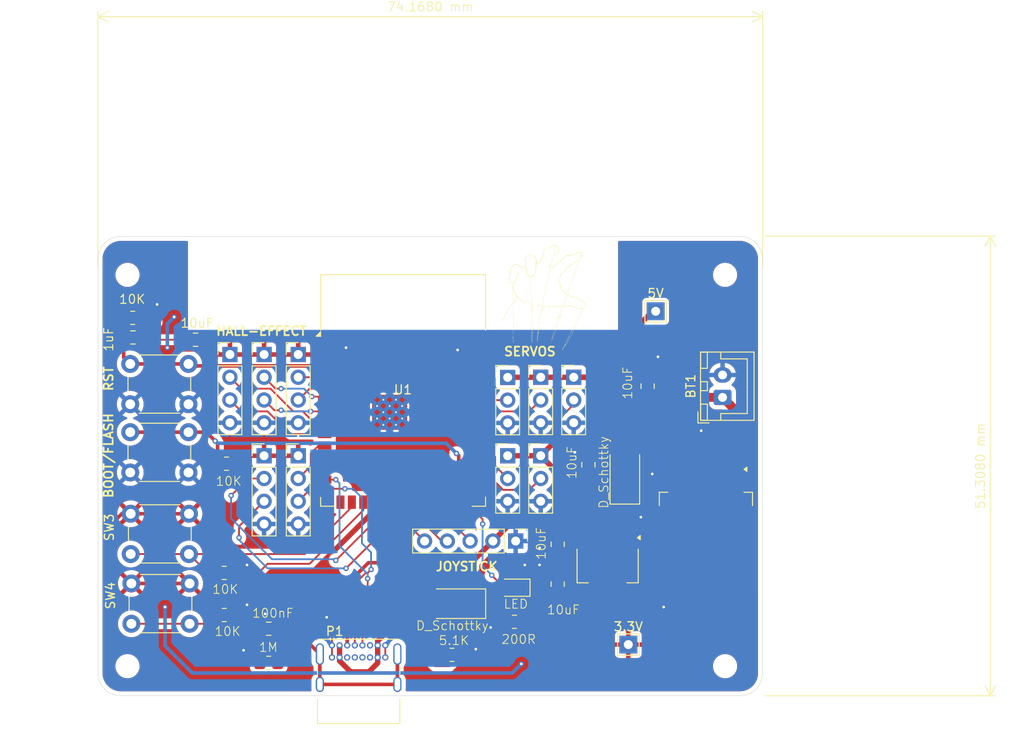
<source format=kicad_pcb>
(kicad_pcb (version 20240108) (generator "pcbnew") (generator_version "8.0")
  (layers (0 "F.Cu" signal) (31 "B.Cu" signal) (34 "B.Paste" user) (35 "F.Paste" user) (36 "B.SilkS" user "B.Silkscreen") (37 "F.SilkS" user "F.Silkscreen") (38 "B.Mask" user) (39 "F.Mask" user) (44 "Edge.Cuts" user))
  (net 0 "")
  (net 1 "GND")
  (net 2 "Net-(BT1-+)")
  (net 3 "Net-(U1-EN)")
  (net 4 "+3.3V")
  (net 5 "Net-(P1-SHIELD)")
  (net 6 "+5V")
  (net 7 "/21")
  (net 8 "/ADC0")
  (net 9 "/ADC1")
  (net 10 "/ADC2")
  (net 11 "/ADC3")
  (net 12 "/ADC4")
  (net 13 "/ADC6")
  (net 14 "/ADC5")
  (net 15 "/40")
  (net 16 "/39")
  (net 17 "/48")
  (net 18 "/41")
  (net 19 "/TX")
  (net 20 "/37")
  (net 21 "/36")
  (net 22 "/0ADC")
  (net 23 "/D+")
  (net 24 "/RX")
  (net 25 "/35")
  (net 26 "/45")
  (net 27 "/1ADC")
  (net 28 "/47")
  (net 29 "/42")
  (net 30 "/D-")
  (net 32 "Net-(P1-CC)")
  (net 33 "Net-(U1-IO0)")
  (net 34 "/ADC7")
  (net 35 "/ADC8")
  (net 36 "/ADC9")
  (net 37 "Net-(D1-K)")
  (net 38 "/3ADC")
  (net 39 "/46")
  (net 40 "/38")
  (net 41 "/7ADC")
  (net 42 "/2ADC")
  (net 43 "/4ADC")
  (net 44 "/5ADC")
  (net 45 "/6ADC")
  (net 46 "Net-(D2-A)")
  (net 47 "Net-(D3-A)")
  (footprint "Resistor_SMD:R_0805_2012Metric_Pad1.20x1.40mm_HandSolder" (layer "F.Cu") (at 126.619 89.789)
    (property "Reference" "R4" (hide yes))
    (property "Value" "10k")
  )
  (footprint "MountingHole:MountingHole_2.2mm_M2" (layer "F.Cu") (at 115.57 112.395)
    (property "Reference" "H4" (hide yes))
    (property "Value" "MountingHole")
  )
  (footprint "Resistor_SMD:R_0805_2012Metric_Pad1.20x1.40mm_HandSolder" (layer "F.Cu") (at 131.323 112.022 180)
    (property "Reference" "R3" (hide yes))
    (property "Value" "1M")
  )
  (footprint "Capacitor_SMD:C_0805_2012Metric_Pad1.18x1.45mm_HandSolder" (layer "F.Cu") (at 163.566 98.788 -90)
    (property "Reference" "C3" (hide yes))
    (property "Value" "10uF")
  )
  (footprint "Package_TO_SOT_SMD:TO-263-5_TabPin3" (layer "F.Cu") (at 180.105 97.802 -90)
    (property "Reference" "U3" (hide yes))
    (property "Value" "LM2596S-5")
  )
  (footprint "Diode_SMD:D_SMA" (layer "F.Cu") (at 152.024 105.418 180)
    (property "Reference" "D3" (hide yes))
    (property "Value" "D_Schottky")
  )
  (footprint "Resistor_SMD:R_0805_2012Metric_Pad1.20x1.40mm_HandSolder" (layer "F.Cu") (at 116.1535 73.503 180)
    (property "Reference" "R1" (hide yes))
    (property "Value" "10k")
  )
  (footprint "Connector_PinHeader_2.54mm:PinHeader_1x04_P2.54mm_Vertical" (layer "F.Cu") (at 134.62 88.9)
    (property "Reference" "J16" (hide yes))
    (property "Value" "Conn_01x04_Pin")
  )
  (footprint "TestPoint:TestPoint_THTPad_2.0x2.0mm_Drill1.0mm" (layer "F.Cu") (at 174.498 72.771)
    (property "Reference" "5V")
    (property "Value" "TestPoint")
  )
  (footprint "TestPoint:TestPoint_THTPad_2.0x2.0mm_Drill1.0mm" (layer "F.Cu") (at 171.45 109.982)
    (property "Reference" "3.3V")
    (property "Value" "TestPoint")
  )
  (footprint "Capacitor_SMD:C_0805_2012Metric_Pad1.18x1.45mm_HandSolder" (layer "F.Cu") (at 131.323 108.212 180)
    (property "Reference" "C4" (hide yes))
    (property "Value" "100nF")
  )
  (footprint "Resistor_SMD:R_0805_2012Metric_Pad1.20x1.40mm_HandSolder" (layer "F.Cu") (at 151.77 111.133)
    (property "Reference" "R2" (hide yes))
    (property "Value" "5.1k")
  )
  (footprint "Capacitor_SMD:C_0805_2012Metric_Pad1.18x1.45mm_HandSolder" (layer "F.Cu") (at 166.995 89.898 -90)
    (property "Reference" "C6" (hide yes))
    (property "Value" "10uF")
  )
  (footprint "MountingHole:MountingHole_2.2mm_M2" (layer "F.Cu") (at 115.57 68.707)
    (property "Reference" "H2" (hide yes))
    (property "Value" "MountingHole")
  )
  (footprint "Connector_PinHeader_2.54mm:PinHeader_1x04_P2.54mm_Vertical" (layer "F.Cu") (at 134.62 77.597)
    (property "Reference" "J12" (hide yes))
    (property "Value" "Conn_01x04_Pin")
  )
  (footprint "Connector_PinHeader_2.54mm:PinHeader_1x05_P2.54mm_Vertical" (layer "F.Cu") (at 158.877 98.425 -90)
    (property "Reference" "J11" (hide yes))
    (property "Value" "Conn_01x05_Pin")
  )
  (footprint "Button_Switch_THT:SW_PUSH_6mm" (layer "F.Cu") (at 115.876 78.649)
    (property "Reference" "SW2" (hide yes))
    (property "Value" "SW_Push")
  )
  (footprint "MountingHole:MountingHole_2.2mm_M2" (layer "F.Cu") (at 182.245 112.395)
    (property "Reference" "H3" (hide yes))
    (property "Value" "MountingHole")
  )
  (footprint "Connector_USB:USB_C_Receptacle_GCT_USB4085" (layer "F.Cu") (at 138.383 110.067)
    (property "Reference" "P1")
    (property "Value" "USB_C_Plug_USB2.0")
  )
  (footprint "Package_TO_SOT_SMD:SOT-223-3_TabPin2" (layer "F.Cu") (at 169.14 101.176 -90)
    (property "Reference" "U2" (hide yes))
    (property "Value" "AMS1117-3.3")
  )
  (footprint "Demo:lo" (layer "F.Cu") (at 162.306 71.247)
    (property "Reference" "G***" (hide yes))
    (property "Value" "LOGO" (hide yes))
  )
  (footprint "Connector_PinHeader_2.54mm:PinHeader_1x03_P2.54mm_Vertical" (layer "F.Cu") (at 161.671 80.137)
    (property "Reference" "J2" (hide yes))
    (property "Value" "Conn_01x03_Pin")
  )
  (footprint "Connector_PinHeader_2.54mm:PinHeader_1x03_P2.54mm_Vertical" (layer "F.Cu") (at 161.671 88.9)
    (property "Reference" "J5" (hide yes))
    (property "Value" "Conn_01x03_Pin")
  )
  (footprint "Button_Switch_THT:SW_PUSH_6mm" (layer "F.Cu") (at 116.003 103.16)
    (property "Reference" "SW4")
    (property "Value" "SW_Push")
  )
  (footprint "Connector_PinHeader_2.54mm:PinHeader_1x03_P2.54mm_Vertical" (layer "F.Cu") (at 157.988 80.152)
    (property "Reference" "J1" (hide yes))
    (property "Value" "Conn_01x03_Pin")
  )
  (footprint "Resistor_SMD:R_0805_2012Metric_Pad1.20x1.40mm_HandSolder" (layer "F.Cu") (at 158.734 107.442 180)
    (property "Reference" "R5" (hide yes))
    (property "Value" "200")
  )
  (footprint "Connector_PinHeader_2.54mm:PinHeader_1x03_P2.54mm_Vertical" (layer "F.Cu") (at 165.354 80.137)
    (property "Reference" "J3" (hide yes))
    (property "Value" "Conn_01x03_Pin")
  )
  (footprint "RF_Module:ESP32-S3-WROOM-1" (layer "F.Cu") (at 146.317 81.587)
    (property "Reference" "U1")
    (property "Value" "ESP32-S3-WROOM-1")
  )
  (footprint "Capacitor_SMD:C_0805_2012Metric_Pad1.18x1.45mm_HandSolder" (layer "F.Cu") (at 123.1685 75.946)
    (property "Reference" "C7" (hide yes))
    (property "Value" "10uF")
  )
  (footprint "Resistor_SMD:R_0805_2012Metric_Pad1.20x1.40mm_HandSolder" (layer "F.Cu") (at 126.365 101.981)
    (property "Reference" "R6" (hide yes))
    (property "Value" "10k")
  )
  (footprint "Connector_PinHeader_2.54mm:PinHeader_1x04_P2.54mm_Vertical" (layer "F.Cu") (at 130.81 88.9)
    (property "Reference" "J13" (hide yes))
    (property "Value" "Conn_01x04_Pin")
  )
  (footprint "MountingHole:MountingHole_2.2mm_M2" (layer "F.Cu") (at 182.245 68.707)
    (property "Reference" "H1" (hide yes))
    (property "Value" "MountingHole")
  )
  (footprint "Resistor_SMD:R_0805_2012Metric_Pad1.20x1.40mm_HandSolder" (layer "F.Cu") (at 126.365 106.68)
    (property "Reference" "R7" (hide yes))
    (property "Value" "10k")
  )
  (footprint "Diode_SMD:D_SMA" (layer "F.Cu") (at 171.059 90.787 90)
    (property "Reference" "D2" (hide yes))
    (property "Value" "D_Schottky")
  )
  (footprint "Button_Switch_THT:SW_PUSH_6mm" (layer "F.Cu") (at 115.928 95.377)
    (property "Reference" "SW3")
    (property "Value" "SW_Push")
  )
  (footprint "Connector_PinHeader_2.54mm:PinHeader_1x04_P2.54mm_Vertical" (layer "F.Cu") (at 130.81 77.597)
    (property "Reference" "J14" (hide yes))
    (property "Value" "Conn_01x04_Pin")
  )
  (footprint "Capacitor_SMD:C_0805_2012Metric_Pad1.18x1.45mm_HandSolder" (layer "F.Cu") (at 173.599 81.135 90)
    (property "Reference" "C5" (hide yes))
    (property "Value" "10uF")
  )
  (footprint "LED_SMD:LED_0805_2012Metric_Pad1.15x1.40mm_HandSolder" (layer "F.Cu") (at 158.623 103.632 180)
    (property "Reference" "D1" (hide yes))
    (property "Value" "LED")
  )
  (footprint "Capacitor_SMD:C_0805_2012Metric_Pad1.18x1.45mm_HandSolder" (layer "F.Cu") (at 116.1835 75.692 180)
    (property "Reference" "C1" (hide yes))
    (property "Value" "1uF")
  )
  (footprint "Connector_PinHeader_2.54mm:PinHeader_1x04_P2.54mm_Vertical" (layer "F.Cu") (at 127 77.597)
    (property "Reference" "J15" (hide yes))
    (property "Value" "Conn_01x04_Pin")
  )
  (footprint "Button_Switch_THT:SW_PUSH_6mm" (layer "F.Cu") (at 115.876 86.269)
    (property "Reference" "SW1" (hide yes))
    (property "Value" "SW_Push")
  )
  (footprint "Connector_JST:JST_XH_B2B-XH-A_1x02_P2.50mm_Vertical" (layer "F.Cu") (at 181.964 82.385 90)
    (property "Reference" "BT1")
    (property "Value" "2S LiPo 7.4V 2000mAh")
  )
  (footprint "Connector_PinHeader_2.54mm:PinHeader_1x03_P2.54mm_Vertical" (layer "F.Cu") (at 157.988 88.9)
    (property "Reference" "J4" (hide yes))
    (property "Value" "Conn_01x03_Pin")
  )
  (footprint "Capacitor_SMD:C_0805_2012Metric_Pad1.18x1.45mm_HandSolder" (layer "F.Cu") (at 163.566 103.233 90)
    (property "Reference" "C2" (hide yes))
    (property "Value" "10uF")
  )
  (gr_line (start 186.417952 66.931065) (end 186.417952 113.157) (stroke (width 0.05)) (layer "Edge.Cuts"))
  (gr_line (start 114.825986 64.41335) (end 183.896 64.41335) (stroke (width 0.05)) (layer "Edge.Cuts"))
  (gr_arc (start 112.285987 66.929) (mid 113.038524 65.148704) (end 114.825986 64.41335) (stroke (width 0.05)) (layer "Edge.Cuts"))
  (gr_line (start 112.285987 113.157) (end 112.285987 66.929) (stroke (width 0.05)) (layer "Edge.Cuts"))
  (gr_arc (start 114.808 115.697) (mid 113.023584 114.946703) (end 112.285987 113.157) (stroke (width 0.05)) (layer "Edge.Cuts"))
  (gr_line (start 183.896 115.697) (end 114.808 115.697) (stroke (width 0.05)) (layer "Edge.Cuts"))
  (gr_arc (start 183.896 64.41335) (mid 185.679031 65.149273) (end 186.417952 66.931065) (stroke (width 0.05)) (layer "Edge.Cuts"))
  (gr_arc (start 186.41993 113.160238) (mid 185.685037 114.953025) (end 183.896 115.697) (stroke (width 0.05)) (layer "Edge.Cuts"))
  (gr_text "JOYSTICK" (at 149.86 101.854 0) (layer "F.SilkS") (effects (font (size 1 1) (thickness 0.2) (bold yes)) (justify left bottom)))
  (gr_text "10uF" (at 162.306 100.584 90) (layer "F.SilkS") (effects (font (size 1 1) (thickness 0.1)) (justify left bottom)))
  (gr_text "10K\n" (at 125.349 92.329 0) (layer "F.SilkS") (effects (font (size 1 1) (thickness 0.1)) (justify left bottom)))
  (gr_text "5.1K" (at 150.241 110.109 0) (layer "F.SilkS") (effects (font (size 1 1) (thickness 0.1)) (justify left bottom)))
  (gr_text "10uF" (at 165.735 91.567 90) (layer "F.SilkS") (effects (font (size 1 1) (thickness 0.1)) (justify left bottom)))
  (gr_text "200R" (at 157.226 109.982 0) (layer "F.SilkS") (effects (font (size 1 1) (thickness 0.1)) (justify left bottom)))
  (gr_text "10K" (at 114.554 72.009 0) (layer "F.SilkS") (effects (font (size 1 1) (thickness 0.125)) (justify left bottom)))
  (gr_text "D_Schottky" (at 169.291 94.869 90) (layer "F.SilkS") (effects (font (size 1 1) (thickness 0.1)) (justify left bottom)))
  (gr_text "D_Schottky" (at 147.701 108.458 0) (layer "F.SilkS") (effects (font (size 1 1) (thickness 0.1)) (justify left bottom)))
  (gr_text "RST\n" (at 114.046 81.788 90) (layer "F.SilkS") (effects (font (size 1 1) (thickness 0.2) (bold yes)) (justify left bottom)))
  (gr_text "BOOT/FLASH" (at 114.046 93.726 90) (layer "F.SilkS") (effects (font (size 1 1) (thickness 0.2) (bold yes)) (justify left bottom)))
  (gr_text "1M" (at 130.175 110.871 0) (layer "F.SilkS") (effects (font (size 1 1) (thickness 0.1)) (justify left bottom)))
  (gr_text "10K\n" (at 125.222 109.093 0) (layer "F.SilkS") (effects (font (size 1 1) (thickness 0.1)) (justify left bottom)))
  (gr_text "1uF\n" (at 114.046 77.343 90) (layer "F.SilkS") (effects (font (size 1 1) (thickness 0.125)) (justify left bottom)))
  (gr_text "10uF" (at 171.958 82.677 90) (layer "F.SilkS") (effects (font (size 1 1) (thickness 0.1)) (justify left bottom)))
  (gr_text "100nF" (at 129.413 107.061 0) (layer "F.SilkS") (effects (font (size 1 1) (thickness 0.1)) (justify left bottom)))
  (gr_text "10uF" (at 121.412 74.676 0) (layer "F.SilkS") (effects (font (size 1 1) (thickness 0.125)) (justify left bottom)))
  (gr_text "LED" (at 157.48 106.045 0) (layer "F.SilkS") (effects (font (size 1 1) (thickness 0.1)) (justify left bottom)))
  (gr_text "10K\n" (at 124.968 104.394 0) (layer "F.SilkS") (effects (font (size 1 1) (thickness 0.1)) (justify left bottom)))
  (gr_text "HALL-EFFECT\n" (at 125.349 75.565 0) (layer "F.SilkS") (effects (font (size 1 1) (thickness 0.2) (bold yes)) (justify left bottom)))
  (gr_text "SERVOS" (at 157.48 77.851 0) (layer "F.SilkS") (effects (font (size 1 1) (thickness 0.2) (bold yes)) (justify left bottom)))
  (gr_text "10uF" (at 162.306 106.68 0) (layer "F.SilkS") (effects (font (size 1 1) (thickness 0.1)) (justify left bottom)))
  (dimension (type aligned) (layer "F.SilkS") (pts (xy 186.436 68.326) (xy 112.268 68.326)) (height 28.447999) (gr_text "74.1680 mm" (at 149.352 38.778001 0) (layer "F.SilkS") (effects (font (size 1 1) (thickness 0.1)))) (format (prefix "") (suffix "") (units 3) (units_format 1) (precision 4)) (style (thickness 0.1) (arrow_length 1.27) (text_position_mode 0) (extension_height 0.58642) (extension_offset 0.5) keep_text_aligned))
  (dimension (type aligned) (layer "F.SilkS") (pts (xy 186.182 64.389) (xy 186.182 115.697)) (height -25.654) (gr_text "51.3080 mm" (at 210.736 90.043 90) (layer "F.SilkS") (effects (font (size 1 1) (thickness 0.1)))) (format (prefix "") (suffix "") (units 3) (units_format 1) (precision 4)) (style (thickness 0.1) (arrow_length 1.27) (text_position_mode 0) (extension_height 0.58642) (extension_offset 0.5) keep_text_aligned))
  (segment (start 177.33 101.727) (end 177.33 103.848) (width 0.2) (layer "F.Cu") (net 1))
  (segment (start 166.995 90.9355) (end 165.481 89.4215) (width 0.2) (layer "F.Cu") (net 1))
  (segment (start 146.558 109.093) (end 149.86 112.395) (width 0.2) (layer "F.Cu") (net 1))
  (segment (start 117.475 75.946) (end 122.131 75.946) (width 0.2) (layer "F.Cu") (net 1))
  (segment (start 127.365 101.981) (end 128.016 101.981) (width 0.2) (layer "F.Cu") (net 1))
  (segment (start 153.162 76.327) (end 152.4 77.089) (width 0.2) (layer "F.Cu") (net 1))
  (segment (start 163.566 99.8255) (end 162.1825 99.8255) (width 0.2) (layer "F.Cu") (net 1))
  (segment (start 137.567 76.327) (end 139.446 76.327) (width 0.2) (layer "F.Cu") (net 1))
  (segment (start 173.599 80.0975) (end 173.599 79.004) (width 0.2) (layer "F.Cu") (net 1))
  (segment (start 162.1825 99.8255) (end 161.544 99.187) (width 0.2) (layer "F.Cu") (net 1))
  (segment (start 171.44 98.026) (end 171.44 97.165) (width 0.2) (layer "F.Cu") (net 1))
  (segment (start 138.383 110.067) (end 138.383 111.417) (width 0.2) (layer "F.Cu") (net 1))
  (segment (start 162.6475 102.1955) (end 161.544 101.092) (width 0.2) (layer "F.Cu") (net 1))
  (segment (start 163.566 102.1955) (end 162.6475 102.1955) (width 0.2) (layer "F.Cu") (net 1))
  (segment (start 171.44 97.165) (end 172.847 95.758) (width 0.2) (layer "F.Cu") (net 1))
  (segment (start 175.925 90.932) (end 174.117 90.932) (width 0.2) (layer "F.Cu") (net 1))
  (segment (start 144.333 110.067) (end 145.307 109.093) (width 0.2) (layer "F.Cu") (net 1))
  (segment (start 138.383 110.067) (end 138.383 107.522) (width 0.2) (layer "F.Cu") (net 1))
  (segment (start 127.762 106.68) (end 128.905 105.537) (width 0.2) (layer "F.Cu") (net 1))
  (segment (start 138.383 107.522) (end 137.795 106.934) (width 0.2) (layer "F.Cu") (net 1))
  (segment (start 144.333 110.067) (end 144.333 111.417) (width 0.2) (layer "F.Cu") (net 1))
  (segment (start 173.599 79.004) (end 174.752 77.851) (width 0.2) (layer "F.Cu") (net 1))
  (segment (start 158.877 98.425) (end 158.877 100.076) (width 0.2) (layer "F.Cu") (net 1))
  (segment (start 118.872 74.041) (end 118.872 72.009) (width 0.2) (layer "F.Cu") (net 1))
  (segment (start 128.016 101.981) (end 128.905 101.092) (width 0.2) (layer "F.Cu") (net 1))
  (segment (start 152.77 111.133) (end 153.789 111.133) (width 0.2) (layer "F.Cu") (net 1))
  (segment (start 180.105 86.633) (end 179.578 86.106) (width 0.2) (layer "F.Cu") (net 1))
  (segment (start 139.446 76.327) (end 139.954 76.835) (width 0.2) (layer "F.Cu") (net 1))
  (segment (start 156.718 107.442) (end 156.083 108.077) (width 0.2) (layer "F.Cu") (net 1))
  (segment (start 151.508 112.395) (end 152.77 111.133) (width 0.2) (layer "F.Cu") (net 1))
  (segment (start 127.365 106.68) (end 127.762 106.68) (width 0.2) (layer "F.Cu") (net 1))
  (segment (start 149.86 112.395) (end 151.508 112.395) (width 0.2) (layer "F.Cu") (net 1))
  (segment (start 180.105 90.152) (end 180.105 86.633) (width 0.2) (layer "F.Cu") (net 1))
  (segment (start 145.307 109.093) (end 146.558 109.093) (width 0.2) (layer "F.Cu") (net 1))
  (segment (start 177.33 103.848) (end 175.387 105.791) (width 0.2) (layer "F.Cu") (net 1))
  (segment (start 117.221 75.692) (end 117.475 75.946) (width 0.2) (layer "F.Cu") (net 1))
  (segment (start 129.929 112.022) (end 128.524 110.617) (width 0.2) (layer "F.Cu") (net 1))
  (segment (start 155.067 76.327) (end 153.162 76.327) (width 0.2) (layer "F.Cu") (net 1))
  (segment (start 153.789 111.133) (end 154.432 110.49) (width 0.2) (layer "F.Cu") (net 1))
  (segment (start 176.705 90.152) (end 175.925 90.932) (width 0.2) (layer "F.Cu") (net 1))
  (segment (start 157.734 107.442) (end 156.718 107.442) (width 0.2) (layer "F.Cu") (net 1))
  (segment (start 130.323 112.022) (end 129.929 112.022) (width 0.2) (layer "F.Cu") (net 1))
  (segment (start 158.877 100.076) (end 159.893 101.092) (width 0.2) (layer "F.Cu") (net 1))
  (segment (start 130.2855 107.2045) (end 130.937 106.553) (width 0.2) (layer "F.Cu") (net 1))
  (segment (start 117.221 75.692) (end 118.872 74.041) (width 0.2) (layer "F.Cu") (net 1))
  (segment (start 130.2855 108.212) (end 130.2855 107.2045) (width 0.2) (layer "F.Cu") (net 1))
  (segment (start 165.481 89.4215) (end 165.481 88.519) (width 0.2) (layer "F.Cu") (net 1))
  (via (at 175.387 105.791) (size 0.6) (drill 0.3) (layers "F.Cu" "B.Cu") (net 1))
  (via (at 152.4 77.089) (size 0.6) (drill 0.3) (layers "F.Cu" "B.Cu") (net 1))
  (via (at 118.872 72.009) (size 0.6) (drill 0.3) (layers "F.Cu" "B.Cu") (net 1))
  (via (at 161.544 99.187) (size 0.6) (drill 0.3) (layers "F.Cu" "B.Cu") (net 1))
  (via (at 165.481 88.519) (size 0.6) (drill 0.3) (layers "F.Cu" "B.Cu") (net 1))
  (via (at 128.524 110.617) (size 0.6) (drill 0.3) (layers "F.Cu" "B.Cu") (net 1))
  (via (at 139.954 76.835) (size 0.6) (drill 0.3) (layers "F.Cu" "B.Cu") (net 1))
  (via (at 172.847 95.758) (size 0.6) (drill 0.3) (layers "F.Cu" "B.Cu") (net 1))
  (via (at 159.893 101.092) (size 0.6) (drill 0.3) (layers "F.Cu" "B.Cu") (net 1))
  (via (at 154.432 110.49) (size 0.6) (drill 0.3) (layers "F.Cu" "B.Cu") (net 1))
  (via (at 156.083 108.077) (size 0.6) (drill 0.3) (layers "F.Cu" "B.Cu") (net 1))
  (via (at 128.905 105.537) (size 0.6) (drill 0.3) (layers "F.Cu" "B.Cu") (net 1))
  (via (at 130.937 106.553) (size 0.6) (drill 0.3) (layers "F.Cu" "B.Cu") (net 1))
  (via (at 174.752 77.851) (size 0.6) (drill 0.3) (layers "F.Cu" "B.Cu") (net 1))
  (via (at 161.544 101.092) (size 0.6) (drill 0.3) (layers "F.Cu" "B.Cu") (net 1))
  (via (at 137.795 106.934) (size 0.6) (drill 0.3) (layers "F.Cu" "B.Cu") (net 1))
  (via (at 174.117 90.932) (size 0.6) (drill 0.3) (layers "F.Cu" "B.Cu") (net 1))
  (via (at 179.578 86.106) (size 0.6) (drill 0.3) (layers "F.Cu" "B.Cu") (net 1))
  (via (at 128.905 101.092) (size 0.6) (drill 0.3) (layers "F.Cu" "B.Cu") (net 1))
  (segment (start 128.524 110.617) (end 128.651 110.49) (width 0.2) (layer "B.Cu") (net 1))
  (segment (start 173.8115 82.385) (end 173.599 82.1725) (width 1) (layer "F.Cu") (net 2))
  (segment (start 181.964 82.385) (end 173.8115 82.385) (width 1) (layer "F.Cu") (net 2))
  (segment (start 183.505 83.926) (end 183.505 90.152) (width 1) (layer "F.Cu") (net 2))
  (segment (start 181.964 82.385) (end 183.505 83.926) (width 1) (layer "F.Cu") (net 2))
  (segment (start 115.1535 75.6845) (end 115.146 75.692) (width 0.4) (layer "F.Cu") (net 3))
  (segment (start 115.146 77.919) (end 115.876 78.649) (width 0.4) (layer "F.Cu") (net 3))
  (segment (start 115.1535 73.503) (end 115.1535 75.6845) (width 0.4) (layer "F.Cu") (net 3))
  (segment (start 122.376 78.649) (end 115.876 78.649) (width 0.4) (layer "F.Cu") (net 3))
  (segment (start 122.376 78.649) (end 122.594 78.867) (width 0.4) (layer "F.Cu") (net 3))
  (segment (start 115.146 75.692) (end 115.146 77.919) (width 0.4) (layer "F.Cu") (net 3))
  (segment (start 122.594 78.867) (end 137.567 78.867) (width 0.4) (layer "F.Cu") (net 3))
  (segment (start 123.081 77.071) (end 120.251 77.071) (width 0.4) (layer "F.Cu") (net 4))
  (segment (start 171.45 106.636) (end 171.45 109.982) (width 0.4) (layer "F.Cu") (net 4))
  (segment (start 113.919 101.076) (end 113.919 96.393) (width 0.4) (layer "F.Cu") (net 4))
  (segment (start 115.928 95.377) (end 122.428 95.377) (width 0.4) (layer "F.Cu") (net 4))
  (segment (start 120.251 77.071) (end 120.015 76.835) (width 0.4) (layer "F.Cu") (net 4))
  (segment (start 169.14 98.026) (end 169.14 104.326) (width 0.4) (layer "F.Cu") (net 4))
  (segment (start 161.325 112.141) (end 159.512 112.141) (width 0.4) (layer "F.Cu") (net 4))
  (segment (start 119.761 105.791) (end 119.872 105.791) (width 0.4) (layer "F.Cu") (net 4))
  (segment (start 124.206 75.946) (end 125.857 77.597) (width 0.4) (layer "F.Cu") (net 4))
  (segment (start 163.6215 104.326) (end 163.566 104.2705) (width 0.4) (layer "F.Cu") (net 4))
  (segment (start 169.14 104.326) (end 171.45 106.636) (width 0.4) (layer "F.Cu") (net 4))
  (segment (start 124.206 75.946) (end 123.081 77.071) (width 0.4) (layer "F.Cu") (net 4))
  (segment (start 114.935 95.377) (end 115.928 95.377) (width 0.4) (layer "F.Cu") (net 4))
  (segment (start 116.003 103.16) (end 122.503 103.16) (width 0.4) (layer "F.Cu") (net 4))
  (segment (start 116.003 103.16) (end 113.919 101.076) (width 0.4) (layer "F.Cu") (net 4))
  (segment (start 134.62 88.9) (end 130.81 88.9) (width 0.4) (layer "F.Cu") (net 4))
  (segment (start 119.872 105.791) (end 122.503 103.16) (width 0.4) (layer "F.Cu") (net 4))
  (segment (start 125.857 77.597) (end 137.567 77.597) (width 0.4) (layer "F.Cu") (net 4))
  (segment (start 169.14 104.326) (end 163.6215 104.326) (width 0.4) (layer "F.Cu") (net 4))
  (segment (start 113.919 96.393) (end 114.935 95.377) (width 0.4) (layer "F.Cu") (net 4))
  (segment (start 169.14 104.326) (end 161.325 112.141) (width 0.4) (layer "F.Cu") (net 4))
  (via (at 120.777 73.406) (size 0.6) (drill 0.3) (layers "F.Cu" "B.Cu") (net 4))
  (via (at 159.512 112.141) (size 0.6) (drill 0.3) (layers "F.Cu" "B.Cu") (net 4))
  (via (at 119.761 105.791) (size 0.6) (drill 0.3) (layers "F.Cu" "B.Cu") (net 4))
  (via (at 120.015 76.835) (size 0.6) (drill 0.3) (layers "F.Cu" "B.Cu") (net 4))
  (segment (start 120.015 74.168) (end 120.015 76.835) (width 0.4) (layer "B.Cu") (net 4))
  (segment (start 122.809 113.157) (end 119.761 110.109) (width 0.4) (layer "B.Cu") (net 4))
  (segment (start 119.761 110.109) (end 119.761 105.791) (width 0.4) (layer "B.Cu") (net 4))
  (segment (start 120.777 73.406) (end 120.015 74.168) (width 0.4) (layer "B.Cu") (net 4))
  (segment (start 159.512 112.141) (end 158.496 113.157) (width 0.4) (layer "B.Cu") (net 4))
  (segment (start 158.496 113.157) (end 122.809 113.157) (width 0.4) (layer "B.Cu") (net 4))
  (segment (start 132.3605 108.212) (end 134.198 108.212) (width 0.4) (layer "F.Cu") (net 5))
  (segment (start 132.3605 108.212) (end 132.3605 111.9845) (width 0.4) (layer "F.Cu") (net 5))
  (segment (start 134.198 108.212) (end 137.033 111.047) (width 0.4) (layer "F.Cu") (net 5))
  (segment (start 137.033 114.427) (end 145.683 114.427) (width 0.4) (layer "F.Cu") (net 5))
  (segment (start 132.3605 111.9845) (end 132.323 112.022) (width 0.4) (layer "F.Cu") (net 5))
  (segment (start 137.033 111.047) (end 137.033 114.427) (width 0.4) (layer "F.Cu") (net 5))
  (segment (start 145.683 111.047) (end 145.683 114.427) (width 0.4) (layer "F.Cu") (net 5))
  (segment (start 167.132 87.376) (end 168.275 86.233) (width 0.6) (layer "F.Cu") (net 6))
  (segment (start 163.195 87.376) (end 167.132 87.376) (width 0.6) (layer "F.Cu") (net 6))
  (segment (start 154.024 100.738) (end 156.337 98.425) (width 0.6) (layer "F.Cu") (net 6))
  (segment (start 166.84 98.026) (end 163.8415 98.026) (width 0.6) (layer "F.Cu") (net 6))
  (segment (start 171.059 92.787) (end 166.84 97.006) (width 0.6) (layer "F.Cu") (net 6))
  (segment (start 168.275 86.233) (end 168.275 81.661) (width 0.6) (layer "F.Cu") (net 6))
  (segment (start 170.8485 92.9975) (end 165.7685 92.9975) (width 0.6) (layer "F.Cu") (net 6))
  (segment (start 154.024 105.418) (end 154.024 100.738) (width 0.6) (layer "F.Cu") (net 6))
  (segment (start 165.354 80.137) (end 166.804 80.137) (width 0.6) (layer "F.Cu") (net 6))
  (segment (start 165.207 96.393) (end 166.84 98.026) (width 0.6) (layer "F.Cu") (net 6))
  (segment (start 156.337 98.425) (end 158.369 96.393) (width 0.6) (layer "F.Cu") (net 6))
  (segment (start 158.369 96.393) (end 165.207 96.393) (width 0.6) (layer "F.Cu") (net 6))
  (segment (start 166.804 80.137) (end 174.17 72.771) (width 0.6) (layer "F.Cu") (net 6))
  (segment (start 174.17 72.771) (end 174.498 72.771) (width 0.6) (layer "F.Cu") (net 6))
  (segment (start 165.7685 92.9975) (end 161.671 88.9) (width 0.6) (layer "F.Cu") (net 6))
  (segment (start 163.8415 98.026) (end 163.566 97.7505) (width 0.6) (layer "F.Cu") (net 6))
  (segment (start 166.84 97.006) (end 166.84 98.026) (width 0.6) (layer "F.Cu") (net 6))
  (segment (start 165.354 80.137) (end 161.671 80.137) (width 0.6) (layer "F.Cu") (net 6))
  (segment (start 161.671 88.9) (end 157.988 88.9) (width 0.6) (layer "F.Cu") (net 6))
  (segment (start 158.003 80.137) (end 157.988 80.152) (width 0.6) (layer "F.Cu") (net 6))
  (segment (start 161.671 80.137) (end 158.003 80.137) (width 0.6) (layer "F.Cu") (net 6))
  (segment (start 161.671 88.9) (end 163.195 87.376) (width 0.6) (layer "F.Cu") (net 6))
  (segment (start 166.751 80.137) (end 165.354 80.137) (width 0.6) (layer "F.Cu") (net 6))
  (segment (start 168.275 81.661) (end 166.751 80.137) (width 0.6) (layer "F.Cu") (net 6))
  (segment (start 171.059 92.787) (end 170.8485 92.9975) (width 0.6) (layer "F.Cu") (net 6))
  (segment (start 134.62 80.137) (end 137.567 80.137) (width 0.2) (layer "F.Cu") (net 11))
  (segment (start 134.62 82.677) (end 135.89 81.407) (width 0.2) (layer "F.Cu") (net 12))
  (segment (start 135.89 81.407) (end 137.567 81.407) (width 0.2) (layer "F.Cu") (net 12))
  (segment (start 131.953 83.82) (end 132.715 83.82) (width 0.2) (layer "F.Cu") (net 13))
  (segment (start 130.81 82.677) (end 131.953 83.82) (width 0.2) (layer "F.Cu") (net 13))
  (segment (start 136.017 83.947) (end 137.567 83.947) (width 0.2) (layer "F.Cu") (net 13))
  (via (at 136.017 83.947) (size 0.6) (drill 0.3) (layers "F.Cu" "B.Cu") (net 13))
  (via (at 132.715 83.82) (size 0.6) (drill 0.3) (layers "F.Cu" "B.Cu") (net 13))
  (segment (start 132.715 83.82) (end 132.842 83.947) (width 0.2) (layer "B.Cu") (net 13))
  (segment (start 132.842 83.947) (end 136.017 83.947) (width 0.2) (layer "B.Cu") (net 13))
  (segment (start 130.81 80.137) (end 132.08 81.407) (width 0.2) (layer "F.Cu") (net 14))
  (segment (start 137.186 82.296) (end 137.567 82.677) (width 0.2) (layer "F.Cu") (net 14))
  (segment (start 136.144 82.296) (end 137.186 82.296) (width 0.2) (layer "F.Cu") (net 14))
  (segment (start 132.08 81.407) (end 132.715 81.407) (width 0.2) (layer "F.Cu") (net 14))
  (via (at 136.144 82.296) (size 0.6) (drill 0.3) (layers "F.Cu" "B.Cu") (net 14))
  (via (at 132.715 81.407) (size 0.6) (drill 0.3) (layers "F.Cu" "B.Cu") (net 14))
  (segment (start 135.255 81.407) (end 136.144 82.296) (width 0.2) (layer "B.Cu") (net 14))
  (segment (start 132.715 81.407) (end 135.255 81.407) (width 0.2) (layer "B.Cu") (net 14))
  (segment (start 163.449 85.065346) (end 163.449 85.979) (width 0.2) (layer "F.Cu") (net 15))
  (segment (start 157.353 86.614) (end 155.956 85.217) (width 0.2) (layer "F.Cu") (net 15))
  (segment (start 155.956 85.217) (end 155.067 85.217) (width 0.2) (layer "F.Cu") (net 15))
  (segment (start 162.814 86.614) (end 157.353 86.614) (width 0.2) (layer "F.Cu") (net 15))
  (segment (start 163.449 85.979) (end 162.814 86.614) (width 0.2) (layer "F.Cu") (net 15))
  (segment (start 165.354 82.677) (end 165.354 83.160346) (width 0.2) (layer "F.Cu") (net 15))
  (segment (start 165.354 83.160346) (end 163.449 85.065346) (width 0.2) (layer "F.Cu") (net 15))
  (segment (start 157.988 91.44) (end 156.591 90.043) (width 0.2) (layer "F.Cu") (net 16))
  (segment (start 156.591 90.043) (end 156.591 87.061) (width 0.2) (layer "F.Cu") (net 16))
  (segment (start 156.591 87.061) (end 156.017 86.487) (width 0.2) (layer "F.Cu") (net 16))
  (segment (start 156.017 86.487) (end 155.067 86.487) (width 0.2) (layer "F.Cu") (net 16))
  (segment (start 161.671 82.677) (end 160.401 83.947) (width 0.2) (layer "F.Cu") (net 18))
  (segment (start 160.401 83.947) (end 155.067 83.947) (width 0.2) (layer "F.Cu") (net 18))
  (segment (start 130.81 93.98) (end 128.016 96.774) (width 0.2) (layer "F.Cu") (net 22))
  (segment (start 144.412 97.015) (end 144.412 94.087) (width 0.2) (layer "F.Cu") (net 22))
  (segment (start 139.954 101.473) (end 144.412 97.015) (width 0.2) (layer "F.Cu") (net 22))
  (segment (start 128.016 96.774) (end 128.016 98.044) (width 0.2) (layer "F.Cu") (net 22))
  (via (at 128.016 98.044) (size 0.6) (drill 0.3) (layers "F.Cu" "B.Cu") (net 22))
  (via (at 139.954 101.473) (size 0.6) (drill 0.3) (layers "F.Cu" "B.Cu") (net 22))
  (segment (start 128.016 98.298) (end 130.937 101.219) (width 0.2) (layer "B.Cu") (net 22))
  (segment (start 128.016 98.044) (end 128.016 98.298) (width 0.2) (layer "B.Cu") (net 22))
  (segment (start 131.191 101.473) (end 139.954 101.473) (width 0.2) (layer "B.Cu") (net 22))
  (segment (start 130.937 101.219) (end 131.191 101.473) (width 0.2) (layer "B.Cu") (net 22))
  (segment (start 139.827 92.583) (end 137.821 92.583) (width 0.2) (layer "F.Cu") (net 23))
  (segment (start 137.821 92.583) (end 137.567 92.837) (width 0.2) (layer "F.Cu") (net 23))
  (segment (start 142.332 102.016) (end 142.118471 102.016) (width 0.2) (layer "F.Cu") (net 23))
  (segment (start 140.933 103.201471) (end 140.933 110.067) (width 0.2) (layer "F.Cu") (net 23))
  (segment (start 142.748 101.6) (end 142.332 102.016) (width 0.2) (layer "F.Cu") (net 23))
  (segment (start 142.118471 102.016) (end 140.933 103.201471) (width 0.2) (layer "F.Cu") (net 23))
  (via (at 139.827 92.583) (size 0.6) (drill 0.3) (layers "F.Cu" "B.Cu") (net 23))
  (via (at 142.748 101.6) (size 0.6) (drill 0.3) (layers "F.Cu" "B.Cu") (net 23))
  (segment (start 142.748 99.695) (end 141.732 98.679) (width 0.2) (layer "B.Cu") (net 23))
  (segment (start 142.748 101.6) (end 142.748 99.695) (width 0.2) (layer "B.Cu") (net 23))
  (segment (start 141.732 98.679) (end 141.732 93.599) (width 0.2) (layer "B.Cu") (net 23))
  (segment (start 140.716 92.583) (end 139.827 92.583) (width 0.2) (layer "B.Cu") (net 23))
  (segment (start 141.732 93.599) (end 140.716 92.583) (width 0.2) (layer "B.Cu") (net 23))
  (segment (start 156.21 102.235) (end 156.21 102.244) (width 0.2) (layer "F.Cu") (net 26))
  (segment (start 153.302 94.087) (end 154.8295 95.6145) (width 0.2) (layer "F.Cu") (net 26))
  (segment (start 154.8295 95.6145) (end 155.194 95.979) (width 0.2) (layer "F.Cu") (net 26))
  (segment (start 156.21 102.244) (end 157.598 103.632) (width 0.2) (layer "F.Cu") (net 26))
  (segment (start 155.194 95.979) (end 155.194 96.52) (width 0.2) (layer "F.Cu") (net 26))
  (via (at 155.194 96.52) (size 0.6) (drill 0.3) (layers "F.Cu" "B.Cu") (net 26))
  (via (at 156.21 102.235) (size 0.6) (drill 0.3) (layers "F.Cu" "B.Cu") (net 26))
  (segment (start 155.187 96.527) (end 155.187 101.212) (width 0.2) (layer "B.Cu") (net 26))
  (segment (start 155.194 96.52) (end 155.187 96.527) (width 0.2) (layer "B.Cu") (net 26))
  (segment (start 155.187 101.212) (end 156.21 102.235) (width 0.2) (layer "B.Cu") (net 26))
  (segment (start 148.717 98.425) (end 145.682 95.39) (width 0.2) (layer "F.Cu") (net 27))
  (segment (start 145.682 95.39) (end 145.682 94.087) (width 0.2) (layer "F.Cu") (net 27))
  (segment (start 157.988 82.692) (end 155.082 82.692) (width 0.2) (layer "F.Cu") (net 29))
  (segment (start 155.082 82.692) (end 155.067 82.677) (width 0.2) (layer "F.Cu") (net 29))
  (segment (start 138.811 91.567) (end 137.567 91.567) (width 0.2) (layer "F.Cu") (net 30))
  (segment (start 142.367 102.616) (end 142.367 103.632) (width 0.2) (layer "F.Cu") (net 30))
  (segment (start 141.783 104.216) (end 141.783 110.067) (width 0.2) (layer "F.Cu") (net 30))
  (segment (start 142.367 103.632) (end 141.783 104.216) (width 0.2) (layer "F.Cu") (net 30))
  (via (at 138.811 91.567) (size 0.6) (drill 0.3) (layers "F.Cu" "B.Cu") (net 30))
  (via (at 142.367 102.616) (size 0.6) (drill 0.3) (layers "F.Cu" "B.Cu") (net 30))
  (segment (start 142.367 102.108) (end 139.227 98.968) (width 0.2) (layer "B.Cu") (net 30))
  (segment (start 139.227 98.968) (end 139.227 91.983) (width 0.2) (layer "B.Cu") (net 30))
  (segment (start 142.367 102.616) (end 142.367 102.108) (width 0.2) (layer "B.Cu") (net 30))
  (segment (start 139.227 91.983) (end 138.811 91.567) (width 0.2) (layer "B.Cu") (net 30))
  (segment (start 142.449339 100.846) (end 148.722 100.846) (width 0.4) (layer "F.Cu") (net 32))
  (segment (start 140.081 103.505) (end 140.081 103.214339) (width 0.4) (layer "F.Cu") (net 32))
  (segment (start 140.081 103.214339) (end 142.449339 100.846) (width 0.4) (layer "F.Cu") (net 32))
  (segment (start 140.083 110.067) (end 140.083 103.507) (width 0.4) (layer "F.Cu") (net 32))
  (segment (start 152.024 109.879) (end 150.77 111.133) (width 0.4) (layer "F.Cu") (net 32))
  (segment (start 148.722 100.846) (end 152.024 104.148) (width 0.4) (layer "F.Cu") (net 32))
  (segment (start 140.083 103.507) (end 140.081 103.505) (width 0.4) (layer "F.Cu") (net 32))
  (segment (start 152.024 104.148) (end 152.024 109.879) (width 0.4) (layer "F.Cu") (net 32))
  (segment (start 154.337 92.837) (end 155.067 92.837) (width 0.4) (layer "F.Cu") (net 33))
  (segment (start 122.376 86.269) (end 124.369 86.269) (width 0.4) (layer "F.Cu") (net 33))
  (segment (start 152.527 91.027) (end 154.337 92.837) (width 0.4) (layer "F.Cu") (net 33))
  (segment (start 152.527 88.9) (end 152.527 91.027) (width 0.4) (layer "F.Cu") (net 33))
  (segment (start 152.273 88.646) (end 152.527 88.9) (width 0.4) (layer "F.Cu") (net 33))
  (segment (start 124.369 86.269) (end 125.349 87.249) (width 0.4) (layer "F.Cu") (net 33))
  (segment (start 125.619 87.519) (end 125.349 87.249) (width 0.4) (layer "F.Cu") (net 33))
  (segment (start 125.619 89.789) (end 125.619 87.519) (width 0.4) (layer "F.Cu") (net 33))
  (segment (start 115.876 86.269) (end 122.376 86.269) (width 0.4) (layer "F.Cu") (net 33))
  (via (at 125.349 87.249) (size 0.6) (drill 0.3) (layers "F.Cu" "B.Cu") (net 33))
  (via (at 152.273 88.646) (size 0.6) (drill 0.3) (layers "F.Cu" "B.Cu") (net 33))
  (segment (start 125.603 87.503) (end 151.13 87.503) (width 0.4) (layer "B.Cu") (net 33))
  (segment (start 151.13 87.503) (end 152.273 88.646) (width 0.4) (layer "B.Cu") (net 33))
  (segment (start 125.349 87.249) (end 125.603 87.503) (width 0.4) (layer "B.Cu") (net 33))
  (segment (start 141.872 94.983) (end 141.872 94.087) (width 0.2) (layer "F.Cu") (net 35))
  (segment (start 116.003 107.66) (end 122.503 107.66) (width 0.2) (layer "F.Cu") (net 35))
  (segment (start 122.503 107.66) (end 124.385 107.66) (width 0.2) (layer "F.Cu") (net 35))
  (segment (start 124.385 107.66) (end 125.365 106.68) (width 0.2) (layer "F.Cu") (net 35))
  (segment (start 125.476 106.68) (end 131.191 100.965) (width 0.2) (layer "F.Cu") (net 35))
  (segment (start 131.191 100.965) (end 135.89 100.965) (width 0.2) (layer "F.Cu") (net 35))
  (segment (start 125.365 106.68) (end 125.476 106.68) (width 0.2) (layer "F.Cu") (net 35))
  (segment (start 135.89 100.965) (end 141.872 94.983) (width 0.2) (layer "F.Cu") (net 35))
  (segment (start 130.81 91.44) (end 129.032 91.44) (width 0.2) (layer "F.Cu") (net 36))
  (segment (start 138.811 100.584) (end 143.142 96.253) (width 0.2) (layer "F.Cu") (net 36))
  (segment (start 143.142 96.253) (end 143.142 94.087) (width 0.2) (layer "F.Cu") (net 36))
  (segment (start 129.032 91.44) (end 127.127 93.345) (width 0.2) (layer "F.Cu") (net 36))
  (via (at 127.127 93.345) (size 0.6) (drill 0.3) (layers "F.Cu" "B.Cu") (net 36))
  (via (at 138.811 100.584) (size 0.6) (drill 0.3) (layers "F.Cu" "B.Cu") (net 36))
  (segment (start 127.127 93.345) (end 127.127 95.885) (width 0.2) (layer "B.Cu") (net 36))
  (segment (start 127.127 95.885) (end 131.699 100.457) (width 0.2) (layer "B.Cu") (net 36))
  (segment (start 131.699 100.457) (end 138.684 100.457) (width 0.2) (layer "B.Cu") (net 36))
  (segment (start 138.684 100.457) (end 138.811 100.584) (width 0.2) (layer "B.Cu") (net 36))
  (segment (start 159.648 103.632) (end 159.648 107.356) (width 0.2) (layer "F.Cu") (net 37))
  (segment (start 159.648 107.356) (end 159.734 107.442) (width 0.2) (layer "F.Cu") (net 37))
  (segment (start 148.222 94.501) (end 148.222 94.087) (width 0.2) (layer "F.Cu") (net 38))
  (segment (start 150.749 95.377) (end 149.098 95.377) (width 0.2) (layer "F.Cu") (net 38))
  (segment (start 149.098 95.377) (end 148.222 94.501) (width 0.2) (layer "F.Cu") (net 38))
  (segment (start 153.797 98.425) (end 150.749 95.377) (width 0.2) (layer "F.Cu") (net 38))
  (segment (start 140.602 94.617) (end 140.602 94.087) (width 0.2) (layer "F.Cu") (net 39))
  (segment (start 122.428 99.877) (end 124.532 101.981) (width 0.2) (layer "F.Cu") (net 39))
  (segment (start 122.428 99.877) (end 135.342 99.877) (width 0.2) (layer "F.Cu") (net 39))
  (segment (start 135.342 99.877) (end 140.602 94.617) (width 0.2) (layer "F.Cu") (net 39))
  (segment (start 115.928 99.877) (end 122.428 99.877) (width 0.2) (layer "F.Cu") (net 39))
  (segment (start 124.532 101.981) (end 125.365 101.981) (width 0.2) (layer "F.Cu") (net 39))
  (segment (start 156.191 88.246) (end 155.702 87.757) (width 0.2) (layer "F.Cu") (net 40))
  (segment (start 160.401 92.71) (end 157.48 92.71) (width 0.2) (layer "F.Cu") (net 40))
  (segment (start 155.702 87.757) (end 155.067 87.757) (width 0.2) (layer "F.Cu") (net 40))
  (segment (start 161.671 91.44) (end 160.401 92.71) (width 0.2) (layer "F.Cu") (net 40))
  (segment (start 156.191 91.421) (end 156.191 88.246) (width 0.2) (layer "F.Cu") (net 40))
  (segment (start 157.48 92.71) (end 156.191 91.421) (width 0.2) (layer "F.Cu") (net 40))
  (segment (start 134.62 93.98) (end 136.417 92.183) (width 0.2) (layer "F.Cu") (net 41))
  (segment (start 137.033 89.027) (end 137.567 89.027) (width 0.2) (layer "F.Cu") (net 41))
  (segment (start 136.417 89.643) (end 137.033 89.027) (width 0.2) (layer "F.Cu") (net 41))
  (segment (start 136.417 92.183) (end 136.417 89.643) (width 0.2) (layer "F.Cu") (net 41))
  (segment (start 150.622 98.425) (end 146.952 94.755) (width 0.2) (layer "F.Cu") (net 42))
  (segment (start 151.257 98.425) (end 150.622 98.425) (width 0.2) (layer "F.Cu") (net 42))
  (segment (start 146.952 94.755) (end 146.952 94.087) (width 0.2) (layer "F.Cu") (net 42))
  (segment (start 134.054314 83.947) (end 135.128 83.947) (width 0.2) (layer "F.Cu") (net 43))
  (segment (start 127 80.137) (end 128.27 81.407) (width 0.2) (layer "F.Cu") (net 43))
  (segment (start 136.398 85.217) (end 137.567 85.217) (width 0.2) (layer "F.Cu") (net 43))
  (segment (start 131.514314 81.407) (end 134.054314 83.947) (width 0.2) (layer "F.Cu") (net 43))
  (segment (start 128.27 81.407) (end 131.514314 81.407) (width 0.2) (layer "F.Cu") (net 43))
  (segment (start 135.128 83.947) (end 136.398 85.217) (width 0.2) (layer "F.Cu") (net 43))
  (segment (start 133.731 86.487) (end 137.567 86.487) (width 0.2) (layer "F.Cu") (net 44))
  (segment (start 127 82.677) (end 128.27 83.947) (width 0.2) (layer "F.Cu") (net 44))
  (segment (start 131.191 83.947) (end 133.731 86.487) (width 0.2) (layer "F.Cu") (net 44))
  (segment (start 128.27 83.947) (end 131.191 83.947) (width 0.2) (layer "F.Cu") (net 44))
  (segment (start 136.017 90.043) (end 136.017 88.646) (width 0.2) (layer "F.Cu") (net 45))
  (segment (start 136.017 88.646) (end 136.906 87.757) (width 0.2) (layer "F.Cu") (net 45))
  (segment (start 136.906 87.757) (end 137.567 87.757) (width 0.2) (layer "F.Cu") (net 45))
  (segment (start 134.62 91.44) (end 136.017 90.043) (width 0.2) (layer "F.Cu") (net 45))
  (segment (start 171.059 87.739) (end 171.059 88.787) (width 0.6) (layer "F.Cu") (net 46))
  (segment (start 181.219 93.454) (end 178.933 93.454) (width 0.6) (layer "F.Cu") (net 46))
  (segment (start 181.805 92.868) (end 181.219 93.454) (width 0.6) (layer "F.Cu") (net 46))
  (segment (start 178.405 90.152) (end 178.405 87.852) (width 0.6) (layer "F.Cu") (net 46))
  (segment (start 178.405 92.926) (end 178.405 90.152) (width 0.6) (layer "F.Cu") (net 46))
  (segment (start 178.405 87.852) (end 176.895 86.342) (width 0.6) (layer "F.Cu") (net 46))
  (segment (start 171.059 88.787) (end 167.0685 88.787) (width 0.6) (layer "F.Cu") (net 46))
  (segment (start 181.805 90.152) (end 181.805 92.868) (width 0.6) (layer "F.Cu") (net 46))
  (segment (start 176.895 86.342) (end 172.456 86.342) (width 0.6) (layer "F.Cu") (net 46))
  (segment (start 172.456 86.342) (end 171.059 87.739) (width 0.6) (layer "F.Cu") (net 46))
  (segment (start 178.933 93.454) (end 178.405 92.926) (width 0.6) (layer "F.Cu") (net 46))
  (segment (start 167.0685 88.787) (end 166.995 88.8605) (width 0.6) (layer "F.Cu") (net 46))
  (segment (start 147.637026 105.418) (end 150.024 105.418) (width 0.6) (layer "F.Cu") (net 47))
  (segment (start 142.494 113.03) (end 143.483 112.041) (width 0.6) (layer "F.Cu") (net 47))
  (segment (start 143.483 112.041) (end 143.483 111.417) (width 0.6) (layer "F.Cu") (net 47))
  (segment (start 143.483 109.572026) (end 147.637026 105.418) (width 0.6) (layer "F.Cu") (net 47))
  (segment (start 139.233 111.417) (end 139.233 111.801) (width 0.6) (layer "F.Cu") (net 47))
  (segment (start 143.483 110.067) (end 143.483 111.417) (width 0.6) (layer "F.Cu") (net 47))
  (segment (start 143.483 110.067) (end 143.483 109.572026) (width 0.6) (layer "F.Cu") (net 47))
  (segment (start 140.462 113.03) (end 142.494 113.03) (width 0.6) (layer "F.Cu") (net 47))
  (segment (start 139.233 110.067) (end 139.233 111.417) (width 0.6) (layer "F.Cu") (net 47))
  (segment (start 139.233 111.801) (end 140.462 113.03) (width 0.6) (layer "F.Cu") (net 47))
  (zone (net 4) (net_name "+3.3V") (layer "F.Cu") (connect_pads (clearance 0.5)) (min_thickness 0.25) (fill yes (thermal_gap 0.5) (thermal_bridge_width 0.5))
    (polygon (pts (xy 101.346 50.927) (xy 190.754 50.927) (xy 191.135 51.308) (xy 191.135 121.285) (xy 101.981 121.285) (xy 101.346 120.65)))
  )
  (zone (net 1) (net_name "GND") (layer "B.Cu") (priority 1) (connect_pads (clearance 0.5)) (min_thickness 0.25) (fill yes (thermal_gap 0.5) (thermal_bridge_width 0.5))
    (polygon (pts (xy 101.346 50.927) (xy 190.754 50.927) (xy 191.135 51.308) (xy 191.135 121.285) (xy 101.981 121.285) (xy 101.346 120.65)))
  )
)
</source>
